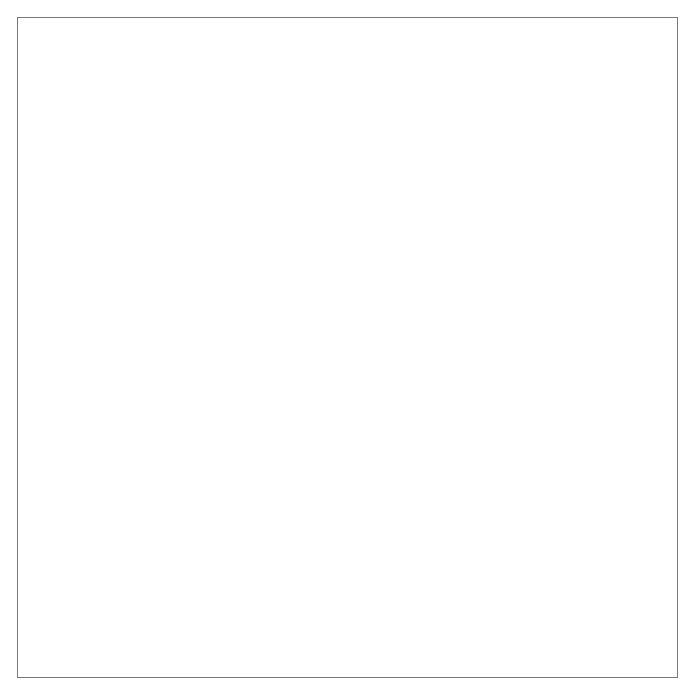
<source format=gbr>
%TF.GenerationSoftware,KiCad,Pcbnew,(6.0.7)*%
%TF.CreationDate,2022-10-05T11:52:24+02:00*%
%TF.ProjectId,STK3700_Expansion_board,53544b33-3730-4305-9f45-7870616e7369,rev?*%
%TF.SameCoordinates,Original*%
%TF.FileFunction,Profile,NP*%
%FSLAX46Y46*%
G04 Gerber Fmt 4.6, Leading zero omitted, Abs format (unit mm)*
G04 Created by KiCad (PCBNEW (6.0.7)) date 2022-10-05 11:52:24*
%MOMM*%
%LPD*%
G01*
G04 APERTURE LIST*
%TA.AperFunction,Profile*%
%ADD10C,0.100000*%
%TD*%
G04 APERTURE END LIST*
D10*
X58420000Y-43180000D02*
X114300000Y-43180000D01*
X114300000Y-43180000D02*
X114300000Y-99060000D01*
X114300000Y-99060000D02*
X58420000Y-99060000D01*
X58420000Y-99060000D02*
X58420000Y-43180000D01*
M02*

</source>
